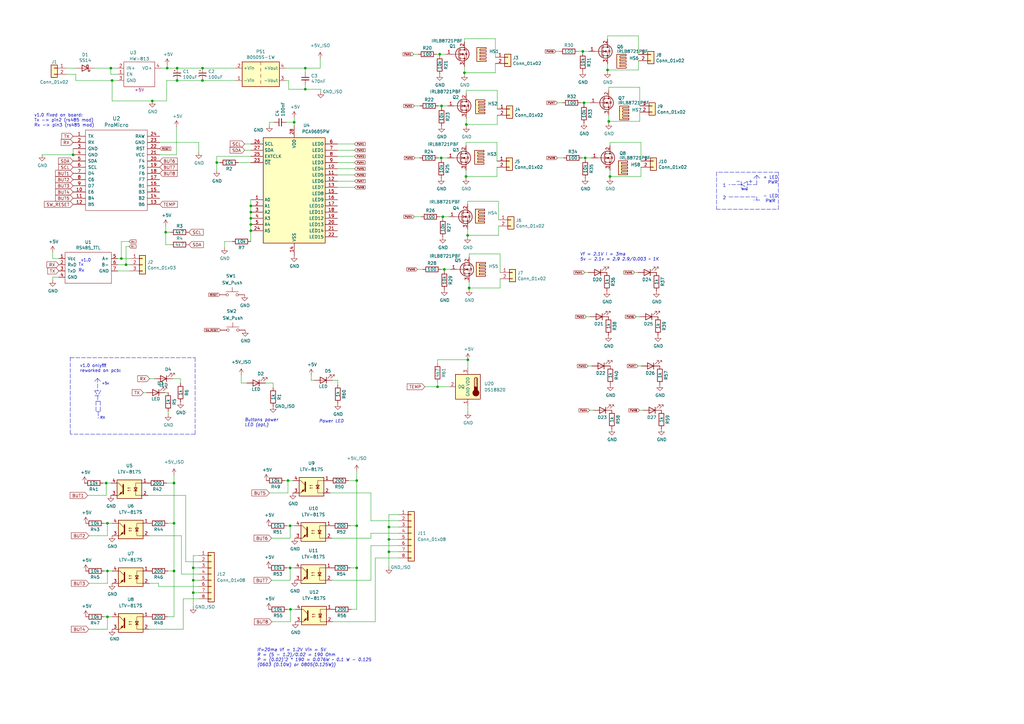
<source format=kicad_sch>
(kicad_sch (version 20211123) (generator eeschema)
  (paper "A3")
  (title_block (title "8 Channel LED Dimmer + Modbus") (date "2022-08-22") (rev "1.0") (comment 4 "LH-DIMMER"))
  (junction (at 44.069 214.63))
  (junction (at 249.682 49.784))
  (junction (at 181.61 88.9))
  (junction (at 239.522 42.164))
  (junction (at 119.126 249.936))
  (junction (at 125.222 27.94))
  (junction (at 249.174 28.702))
  (junction (at 62.484 41.402))
  (junction (at 181.102 43.434))
  (junction (at 68.58 27.94))
  (junction (at 102.87 89.535))
  (junction (at 45.974 33.02))
  (junction (at 83.058 27.94))
  (junction (at 71.374 234.188))
  (junction (at 88.9 66.675))
  (junction (at 179.451 158.623))
  (junction (at 118.999 215.646))
  (junction (at 239.014 21.082))
  (junction (at 79.248 237.998))
  (junction (at 45.466 27.94))
  (junction (at 102.87 86.995))
  (junction (at 79.248 243.078))
  (junction (at 250.19 72.39))
  (junction (at 191.77 96.52))
  (junction (at 146.304 215.646))
  (junction (at 102.87 92.075))
  (junction (at 118.999 232.918))
  (junction (at 44.069 234.188))
  (junction (at 79.248 232.918))
  (junction (at 102.87 94.615))
  (junction (at 191.897 147.574))
  (junction (at 71.374 198.12))
  (junction (at 118.11 197.104))
  (junction (at 159.512 226.314))
  (junction (at 180.975 64.77))
  (junction (at 159.512 216.154))
  (junction (at 72.644 33.02))
  (junction (at 102.87 84.455))
  (junction (at 51.689 108.585))
  (junction (at 146.304 232.918))
  (junction (at 29.972 63.5))
  (junction (at 180.34 22.225))
  (junction (at 190.5 29.845))
  (junction (at 44.069 252.984))
  (junction (at 49.784 106.045))
  (junction (at 67.945 95.25))
  (junction (at 71.374 214.63))
  (junction (at 192.405 118.11))
  (junction (at 125.222 36.576))
  (junction (at 83.058 33.02))
  (junction (at 240.03 64.77))
  (junction (at 146.304 197.104))
  (junction (at 159.512 221.234))
  (junction (at 191.135 72.39))
  (junction (at 120.65 50.165))
  (junction (at 191.262 51.054))
  (junction (at 182.245 110.49))
  (junction (at 43.561 198.12))
  (junction (at 72.644 27.94))
  (wire (pts (xy 44.069 252.984) (xy 45.974 252.984)))
  (wire (pts (xy 180.34 22.86) (xy 180.34 22.225)))
  (wire (pts (xy 58.801 161.036) (xy 60.071 161.036)))
  (polyline (pts (xy 293.878 70.612) (xy 293.878 85.852)))
  (polyline (pts (xy 310.388 80.772) (xy 310.388 82.042)))
  (polyline (pts (xy 40.005 155.194) (xy 40.005 160.147)))
  (wire (pts (xy 79.248 243.078) (xy 79.248 248.92)))
  (wire (pts (xy 110.49 50.165) (xy 110.49 51.435)))
  (wire (pts (xy 117.856 249.936) (xy 119.126 249.936)))
  (wire (pts (xy 205.105 118.11) (xy 192.405 118.11)))
  (wire (pts (xy 81.534 243.078) (xy 79.248 243.078)))
  (wire (pts (xy 262.382 45.974) (xy 262.382 49.784)))
  (wire (pts (xy 179.451 158.623) (xy 184.277 158.623)))
  (wire (pts (xy 81.534 237.998) (xy 79.248 237.998)))
  (wire (pts (xy 182.245 111.125) (xy 182.245 110.49)))
  (wire (pts (xy 181.102 43.434) (xy 183.642 43.434)))
  (wire (pts (xy 191.897 151.003) (xy 191.897 147.574)))
  (polyline (pts (xy 298.958 80.772) (xy 310.388 80.772)))
  (wire (pts (xy 180.975 110.49) (xy 182.245 110.49)))
  (wire (pts (xy 205.105 104.14) (xy 205.105 111.76)))
  (wire (pts (xy 203.2 15.875) (xy 203.2 23.495)))
  (wire (pts (xy 21.59 106.045) (xy 24.13 106.045)))
  (wire (pts (xy 45.974 41.402) (xy 45.974 33.02)))
  (wire (pts (xy 117.729 232.918) (xy 118.999 232.918)))
  (wire (pts (xy 75.184 258.064) (xy 61.214 258.064)))
  (wire (pts (xy 71.374 234.188) (xy 71.374 252.984)))
  (wire (pts (xy 261.874 14.732) (xy 261.874 22.352)))
  (wire (pts (xy 262.382 35.814) (xy 262.382 43.434)))
  (wire (pts (xy 153.924 228.854) (xy 153.924 255.016)))
  (wire (pts (xy 72.644 27.94) (xy 83.058 27.94)))
  (wire (pts (xy 125.222 27.94) (xy 125.222 29.718)))
  (wire (pts (xy 190.5 15.875) (xy 203.2 15.875)))
  (wire (pts (xy 65.024 239.268) (xy 61.214 239.268)))
  (wire (pts (xy 48.26 106.045) (xy 49.784 106.045)))
  (wire (pts (xy 138.43 76.835) (xy 145.415 76.835)))
  (wire (pts (xy 239.014 21.717) (xy 239.014 21.082)))
  (wire (pts (xy 67.945 95.25) (xy 67.945 100.33)))
  (wire (pts (xy 102.87 92.075) (xy 102.87 94.615)))
  (polyline (pts (xy 306.578 74.422) (xy 306.578 76.962)))
  (wire (pts (xy 74.422 219.71) (xy 61.214 219.71)))
  (polyline (pts (xy 41.275 160.274) (xy 40.132 162.306)))
  (wire (pts (xy 228.6 42.164) (xy 230.632 42.164)))
  (polyline (pts (xy 40.132 162.306) (xy 40.132 164.592)))
  (wire (pts (xy 250.19 69.85) (xy 250.19 72.39)))
  (wire (pts (xy 68.961 168.656) (xy 68.961 169.926)))
  (polyline (pts (xy 39.37 164.592) (xy 39.37 168.783)))
  (wire (pts (xy 52.959 101.092) (xy 51.689 101.092)))
  (wire (pts (xy 240.03 65.405) (xy 240.03 64.77)))
  (wire (pts (xy 192.405 115.57) (xy 192.405 118.11)))
  (wire (pts (xy 203.835 68.58) (xy 203.835 72.39)))
  (wire (pts (xy 96.774 33.02) (xy 83.058 33.02)))
  (polyline (pts (xy 38.862 160.274) (xy 41.275 160.274)))
  (wire (pts (xy 44.069 234.188) (xy 45.974 234.188)))
  (wire (pts (xy 182.245 110.49) (xy 184.785 110.49)))
  (wire (pts (xy 44.069 219.71) (xy 36.449 219.71)))
  (wire (pts (xy 191.262 37.084) (xy 191.262 38.354)))
  (wire (pts (xy 21.59 103.505) (xy 21.59 106.045)))
  (wire (pts (xy 51.689 101.092) (xy 51.689 108.585)))
  (wire (pts (xy 31.115 33.02) (xy 45.974 33.02)))
  (wire (pts (xy 136.398 155.956) (xy 138.557 155.956)))
  (wire (pts (xy 17.272 63.5) (xy 29.972 63.5)))
  (wire (pts (xy 65.532 58.42) (xy 81.534 58.42)))
  (wire (pts (xy 70.866 155.321) (xy 74.041 155.321)))
  (wire (pts (xy 45.466 27.94) (xy 48.26 27.94)))
  (wire (pts (xy 131.572 36.576) (xy 131.572 37.592)))
  (wire (pts (xy 42.291 198.12) (xy 43.561 198.12)))
  (wire (pts (xy 143.764 232.918) (xy 146.304 232.918)))
  (polyline (pts (xy 306.578 75.692) (xy 310.388 75.692)))
  (wire (pts (xy 118.999 232.918) (xy 120.904 232.918)))
  (wire (pts (xy 42.799 252.984) (xy 44.069 252.984)))
  (wire (pts (xy 68.834 234.188) (xy 71.374 234.188)))
  (wire (pts (xy 102.87 86.995) (xy 102.87 89.535)))
  (wire (pts (xy 88.9 66.675) (xy 88.9 69.85)))
  (wire (pts (xy 203.962 51.054) (xy 191.262 51.054)))
  (wire (pts (xy 102.87 59.055) (xy 100.33 59.055)))
  (wire (pts (xy 44.069 214.63) (xy 45.974 214.63)))
  (polyline (pts (xy 41.148 168.783) (xy 39.37 168.783)))
  (wire (pts (xy 81.534 227.838) (xy 79.248 227.838)))
  (wire (pts (xy 44.069 252.984) (xy 44.069 258.064)))
  (wire (pts (xy 205.105 114.3) (xy 205.105 118.11)))
  (wire (pts (xy 83.058 33.02) (xy 72.644 33.02)))
  (wire (pts (xy 239.522 42.799) (xy 239.522 42.164)))
  (wire (pts (xy 67.945 95.25) (xy 69.85 95.25)))
  (wire (pts (xy 127.635 153.924) (xy 127.635 155.956)))
  (wire (pts (xy 79.248 227.838) (xy 79.248 232.918)))
  (wire (pts (xy 118.11 197.104) (xy 118.11 202.184)))
  (wire (pts (xy 180.34 22.225) (xy 182.88 22.225)))
  (wire (pts (xy 74.041 155.321) (xy 74.041 157.226)))
  (wire (pts (xy 179.451 147.574) (xy 179.451 149.098)))
  (wire (pts (xy 228.6 64.77) (xy 231.14 64.77)))
  (wire (pts (xy 191.897 166.243) (xy 191.897 169.037)))
  (polyline (pts (xy 38.862 160.274) (xy 40.132 162.306)))
  (wire (pts (xy 72.39 52.07) (xy 72.39 63.5)))
  (wire (pts (xy 83.058 27.94) (xy 96.774 27.94)))
  (wire (pts (xy 203.2 26.035) (xy 203.2 29.845)))
  (wire (pts (xy 125.222 34.798) (xy 125.222 36.576)))
  (wire (pts (xy 240.03 64.77) (xy 242.57 64.77)))
  (wire (pts (xy 262.89 72.39) (xy 250.19 72.39)))
  (wire (pts (xy 191.77 82.55) (xy 191.77 83.82)))
  (wire (pts (xy 98.933 153.797) (xy 98.933 157.099)))
  (wire (pts (xy 262.382 49.784) (xy 249.682 49.784)))
  (wire (pts (xy 117.094 27.94) (xy 125.222 27.94)))
  (wire (pts (xy 98.933 157.099) (xy 101.219 157.099)))
  (wire (pts (xy 249.174 14.732) (xy 249.174 16.002)))
  (wire (pts (xy 240.411 129.921) (xy 241.935 129.921)))
  (wire (pts (xy 138.43 74.295) (xy 145.415 74.295)))
  (wire (pts (xy 203.835 72.39) (xy 191.135 72.39)))
  (wire (pts (xy 152.146 213.614) (xy 163.576 213.614)))
  (wire (pts (xy 159.512 216.154) (xy 159.512 221.234)))
  (wire (pts (xy 52.959 99.06) (xy 49.784 99.06)))
  (wire (pts (xy 191.77 96.52) (xy 191.77 97.155)))
  (wire (pts (xy 163.576 223.774) (xy 152.146 223.774)))
  (wire (pts (xy 118.11 202.184) (xy 110.49 202.184)))
  (wire (pts (xy 43.561 198.12) (xy 45.466 198.12)))
  (wire (pts (xy 192.405 118.11) (xy 192.405 118.745)))
  (wire (pts (xy 180.34 88.9) (xy 181.61 88.9)))
  (wire (pts (xy 92.075 99.06) (xy 92.075 101.6)))
  (wire (pts (xy 127.635 155.956) (xy 128.778 155.956)))
  (wire (pts (xy 76.2 203.2) (xy 76.2 230.378)))
  (wire (pts (xy 118.999 215.646) (xy 118.999 220.726)))
  (wire (pts (xy 152.146 220.726) (xy 136.144 220.726)))
  (wire (pts (xy 261.874 28.702) (xy 249.174 28.702)))
  (wire (pts (xy 192.405 104.14) (xy 205.105 104.14)))
  (wire (pts (xy 102.87 84.455) (xy 102.87 86.995)))
  (wire (pts (xy 190.5 27.305) (xy 190.5 29.845)))
  (polyline (pts (xy 28.829 146.558) (xy 28.829 178.054)))
  (wire (pts (xy 95.25 99.06) (xy 92.075 99.06)))
  (wire (pts (xy 27.305 30.48) (xy 31.115 30.48)))
  (wire (pts (xy 60.706 203.2) (xy 76.2 203.2)))
  (wire (pts (xy 203.835 58.42) (xy 203.835 66.04)))
  (wire (pts (xy 117.094 33.02) (xy 118.364 33.02)))
  (wire (pts (xy 191.77 93.98) (xy 191.77 96.52)))
  (wire (pts (xy 179.705 64.77) (xy 180.975 64.77)))
  (wire (pts (xy 239.014 21.082) (xy 241.554 21.082)))
  (wire (pts (xy 159.512 226.314) (xy 159.512 232.664)))
  (wire (pts (xy 190.5 15.875) (xy 190.5 17.145)))
  (wire (pts (xy 65.532 63.5) (xy 72.39 63.5)))
  (wire (pts (xy 117.475 50.165) (xy 120.65 50.165)))
  (wire (pts (xy 169.926 88.9) (xy 172.72 88.9)))
  (wire (pts (xy 88.9 64.135) (xy 88.9 66.675)))
  (wire (pts (xy 68.326 41.402) (xy 62.484 41.402)))
  (wire (pts (xy 153.924 255.016) (xy 136.398 255.016)))
  (wire (pts (xy 27.305 27.94) (xy 31.115 27.94)))
  (polyline (pts (xy 41.148 164.592) (xy 41.148 168.783)))
  (wire (pts (xy 262.255 168.275) (xy 263.652 168.275)))
  (polyline (pts (xy 40.005 155.194) (xy 41.148 156.337)))
  (wire (pts (xy 138.43 61.595) (xy 145.415 61.595)))
  (wire (pts (xy 138.43 64.135) (xy 145.415 64.135)))
  (wire (pts (xy 48.26 108.585) (xy 51.689 108.585)))
  (polyline (pts (xy 38.862 162.306) (xy 41.148 162.306)))
  (wire (pts (xy 118.11 197.104) (xy 120.142 197.104)))
  (wire (pts (xy 49.784 99.06) (xy 49.784 106.045)))
  (polyline (pts (xy 293.878 85.852) (xy 319.278 85.852)))
  (wire (pts (xy 68.326 198.12) (xy 71.374 198.12)))
  (wire (pts (xy 169.672 22.225) (xy 171.45 22.225)))
  (wire (pts (xy 67.691 161.036) (xy 68.961 161.036)))
  (wire (pts (xy 249.174 26.162) (xy 249.174 28.702)))
  (wire (pts (xy 112.014 157.099) (xy 112.014 159.004)))
  (wire (pts (xy 191.135 58.42) (xy 191.135 59.69)))
  (wire (pts (xy 38.735 27.94) (xy 45.466 27.94)))
  (polyline (pts (xy 38.862 156.337) (xy 40.005 155.194)))
  (wire (pts (xy 65.024 240.538) (xy 65.024 239.268)))
  (wire (pts (xy 261.874 24.892) (xy 261.874 28.702)))
  (polyline (pts (xy 28.829 146.685) (xy 80.01 146.685)))
  (wire (pts (xy 67.945 92.71) (xy 67.945 95.25)))
  (wire (pts (xy 120.65 50.165) (xy 120.65 48.26)))
  (wire (pts (xy 43.561 203.2) (xy 35.941 203.2)))
  (wire (pts (xy 44.069 214.63) (xy 44.069 219.71)))
  (wire (pts (xy 250.19 58.42) (xy 250.19 59.69)))
  (wire (pts (xy 79.248 237.998) (xy 79.248 243.078)))
  (wire (pts (xy 238.76 64.77) (xy 240.03 64.77)))
  (wire (pts (xy 146.304 193.294) (xy 146.304 197.104)))
  (polyline (pts (xy 310.388 71.882) (xy 311.658 73.152)))
  (wire (pts (xy 120.65 51.435) (xy 120.65 50.165)))
  (wire (pts (xy 239.522 42.164) (xy 242.062 42.164)))
  (wire (pts (xy 191.262 51.054) (xy 191.262 51.689)))
  (wire (pts (xy 144.018 249.936) (xy 146.304 249.936)))
  (wire (pts (xy 171.196 110.49) (xy 173.355 110.49)))
  (polyline (pts (xy 304.038 74.422) (xy 304.038 76.962)))
  (wire (pts (xy 239.776 111.76) (xy 241.3 111.76)))
  (wire (pts (xy 68.834 214.63) (xy 71.374 214.63)))
  (wire (pts (xy 204.47 92.71) (xy 204.47 96.52)))
  (wire (pts (xy 112.395 50.165) (xy 110.49 50.165)))
  (wire (pts (xy 24.13 113.665) (xy 21.59 113.665)))
  (wire (pts (xy 119.126 249.936) (xy 119.126 255.016)))
  (wire (pts (xy 152.146 218.694) (xy 152.146 220.726)))
  (wire (pts (xy 45.974 33.02) (xy 48.26 33.02)))
  (wire (pts (xy 138.43 71.755) (xy 145.415 71.755)))
  (wire (pts (xy 241.173 150.114) (xy 242.697 150.114)))
  (wire (pts (xy 138.43 69.215) (xy 145.415 69.215)))
  (wire (pts (xy 172.085 64.77) (xy 170.18 64.77)))
  (wire (pts (xy 191.77 82.55) (xy 204.47 82.55)))
  (wire (pts (xy 48.26 30.48) (xy 45.466 30.48)))
  (wire (pts (xy 152.146 202.184) (xy 152.146 213.614)))
  (wire (pts (xy 238.252 42.164) (xy 239.522 42.164)))
  (wire (pts (xy 71.374 214.63) (xy 71.374 198.12)))
  (wire (pts (xy 163.576 211.074) (xy 159.512 211.074)))
  (wire (pts (xy 44.069 234.188) (xy 44.069 239.268)))
  (wire (pts (xy 119.126 249.936) (xy 121.158 249.936)))
  (wire (pts (xy 180.975 64.77) (xy 183.515 64.77)))
  (wire (pts (xy 180.975 65.405) (xy 180.975 64.77)))
  (polyline (pts (xy 319.278 85.852) (xy 319.278 70.612)))
  (wire (pts (xy 250.19 58.42) (xy 262.89 58.42)))
  (wire (pts (xy 159.512 221.234) (xy 159.512 226.314)))
  (wire (pts (xy 204.47 96.52) (xy 191.77 96.52)))
  (wire (pts (xy 249.174 14.732) (xy 261.874 14.732)))
  (wire (pts (xy 88.9 64.135) (xy 102.87 64.135)))
  (wire (pts (xy 118.999 215.646) (xy 120.904 215.646)))
  (wire (pts (xy 250.19 72.39) (xy 250.19 73.025)))
  (wire (pts (xy 97.79 66.675) (xy 102.87 66.675)))
  (polyline (pts (xy 302.133 74.422) (xy 303.403 74.422)))
  (wire (pts (xy 204.47 82.55) (xy 204.47 90.17)))
  (wire (pts (xy 260.223 111.76) (xy 261.62 111.76)))
  (wire (pts (xy 108.839 157.099) (xy 112.014 157.099)))
  (wire (pts (xy 119.126 255.016) (xy 111.506 255.016)))
  (wire (pts (xy 249.682 35.814) (xy 262.382 35.814)))
  (wire (pts (xy 159.512 221.234) (xy 163.576 221.234)))
  (wire (pts (xy 48.26 111.125) (xy 53.34 111.125)))
  (wire (pts (xy 227.965 21.082) (xy 229.489 21.082)))
  (wire (pts (xy 62.484 41.402) (xy 45.974 41.402)))
  (wire (pts (xy 68.326 33.02) (xy 68.326 41.402)))
  (wire (pts (xy 44.069 239.268) (xy 36.449 239.268)))
  (wire (pts (xy 51.689 108.585) (xy 53.34 108.585)))
  (wire (pts (xy 146.304 215.646) (xy 146.304 197.104)))
  (wire (pts (xy 68.58 27.94) (xy 66.04 27.94)))
  (wire (pts (xy 249.174 28.702) (xy 249.174 29.337)))
  (wire (pts (xy 241.808 168.275) (xy 243.332 168.275)))
  (wire (pts (xy 102.87 89.535) (xy 102.87 92.075)))
  (wire (pts (xy 79.248 232.918) (xy 79.248 237.998)))
  (polyline (pts (xy 310.388 75.692) (xy 310.388 71.882)))
  (polyline (pts (xy 319.278 70.612) (xy 293.878 70.612)))
  (wire (pts (xy 42.799 234.188) (xy 44.069 234.188)))
  (wire (pts (xy 102.87 81.915) (xy 102.87 84.455)))
  (wire (pts (xy 68.58 26.67) (xy 68.58 27.94)))
  (wire (pts (xy 191.262 48.514) (xy 191.262 51.054)))
  (wire (pts (xy 100.33 61.595) (xy 102.87 61.595)))
  (wire (pts (xy 79.248 232.918) (xy 81.534 232.918)))
  (polyline (pts (xy 40.259 168.91) (xy 40.259 171.577)))
  (wire (pts (xy 179.451 156.718) (xy 179.451 158.623)))
  (wire (pts (xy 237.109 21.082) (xy 239.014 21.082)))
  (wire (pts (xy 159.512 226.314) (xy 163.576 226.314)))
  (wire (pts (xy 169.926 43.434) (xy 172.212 43.434)))
  (wire (pts (xy 159.512 211.074) (xy 159.512 216.154)))
  (wire (pts (xy 181.61 88.9) (xy 184.15 88.9)))
  (wire (pts (xy 81.534 235.458) (xy 74.422 235.458)))
  (wire (pts (xy 143.002 197.104) (xy 146.304 197.104)))
  (polyline (pts (xy 307.848 73.787) (xy 307.848 75.057)))
  (wire (pts (xy 71.374 194.818) (xy 71.374 198.12)))
  (wire (pts (xy 249.682 35.814) (xy 249.682 37.084)))
  (polyline (pts (xy 307.213 74.422) (xy 308.483 74.422)))
  (wire (pts (xy 31.115 30.48) (xy 31.115 33.02)))
  (wire (pts (xy 191.135 58.42) (xy 203.835 58.42)))
  (wire (pts (xy 143.764 215.646) (xy 146.304 215.646)))
  (wire (pts (xy 179.832 43.434) (xy 181.102 43.434)))
  (wire (pts (xy 190.5 29.845) (xy 190.5 30.48)))
  (wire (pts (xy 192.405 104.14) (xy 192.405 105.41)))
  (wire (pts (xy 191.262 37.084) (xy 203.962 37.084)))
  (wire (pts (xy 179.07 22.225) (xy 180.34 22.225)))
  (wire (pts (xy 163.576 218.694) (xy 152.146 218.694)))
  (wire (pts (xy 249.682 47.244) (xy 249.682 49.784)))
  (wire (pts (xy 174.244 158.623) (xy 179.451 158.623)))
  (wire (pts (xy 74.422 235.458) (xy 74.422 219.71)))
  (wire (pts (xy 262.89 68.58) (xy 262.89 72.39)))
  (polyline (pts (xy 304.038 75.692) (xy 306.578 76.962)))
  (wire (pts (xy 90.17 66.675) (xy 88.9 66.675)))
  (polyline (pts (xy 80.01 178.054) (xy 28.829 178.054)))
  (wire (pts (xy 249.682 49.784) (xy 249.682 50.419)))
  (wire (pts (xy 203.962 47.244) (xy 203.962 51.054)))
  (wire (pts (xy 138.43 66.675) (xy 145.415 66.675)))
  (wire (pts (xy 117.729 215.646) (xy 118.999 215.646)))
  (wire (pts (xy 131.318 24.003) (xy 131.318 27.94)))
  (wire (pts (xy 76.2 230.378) (xy 81.534 230.378)))
  (wire (pts (xy 260.858 129.921) (xy 262.255 129.921)))
  (polyline (pts (xy 311.658 82.042) (xy 309.118 82.042)))
  (wire (pts (xy 191.135 72.39) (xy 191.135 73.025)))
  (wire (pts (xy 163.576 216.154) (xy 159.512 216.154)))
  (wire (pts (xy 67.945 100.33) (xy 69.85 100.33)))
  (wire (pts (xy 68.834 252.984) (xy 71.374 252.984)))
  (wire (pts (xy 136.144 237.998) (xy 152.146 237.998)))
  (wire (pts (xy 152.146 223.774) (xy 152.146 237.998)))
  (polyline (pts (xy 304.038 75.692) (xy 298.958 75.692)))
  (polyline (pts (xy 310.388 71.882) (xy 309.118 73.152)))
  (wire (pts (xy 81.534 240.538) (xy 65.024 240.538)))
  (wire (pts (xy 42.799 214.63) (xy 44.069 214.63)))
  (wire (pts (xy 45.466 30.48) (xy 45.466 27.94)))
  (wire (pts (xy 75.184 245.618) (xy 75.184 258.064)))
  (wire (pts (xy 181.102 44.069) (xy 181.102 43.434)))
  (wire (pts (xy 146.304 232.918) (xy 146.304 215.646)))
  (wire (pts (xy 81.534 245.618) (xy 75.184 245.618)))
  (wire (pts (xy 68.58 27.94) (xy 72.644 27.94)))
  (wire (pts (xy 118.999 237.998) (xy 111.379 237.998)))
  (wire (pts (xy 116.84 197.104) (xy 118.11 197.104)))
  (wire (pts (xy 102.87 94.615) (xy 102.87 99.06)))
  (wire (pts (xy 125.222 36.576) (xy 131.572 36.576)))
  (wire (pts (xy 138.43 59.055) (xy 145.415 59.055)))
  (wire (pts (xy 44.069 258.064) (xy 36.449 258.064)))
  (wire (pts (xy 262.89 58.42) (xy 262.89 66.04)))
  (wire (pts (xy 138.557 155.956) (xy 138.557 157.861)))
  (wire (pts (xy 81.534 58.42) (xy 81.534 62.484)))
  (wire (pts (xy 49.784 106.045) (xy 53.34 106.045)))
  (wire (pts (xy 29.972 63.5) (xy 29.972 60.96)))
  (wire (pts (xy 21.59 113.665) (xy 21.59 114.935)))
  (wire (pts (xy 125.222 27.94) (xy 131.318 27.94)))
  (wire (pts (xy 203.2 29.845) (xy 190.5 29.845)))
  (wire (pts (xy 71.374 214.63) (xy 71.374 234.188)))
  (wire (pts (xy 191.135 69.85) (xy 191.135 72.39)))
  (wire (pts (xy 118.364 33.02) (xy 118.364 36.576)))
  (wire (pts (xy 118.999 232.918) (xy 118.999 237.998)))
  (wire (pts (xy 146.304 249.936) (xy 146.304 232.918)))
  (wire (pts (xy 118.999 220.726) (xy 111.379 220.726)))
  (wire (pts (xy 191.897 147.574) (xy 179.451 147.574)))
  (wire (pts (xy 203.962 37.084) (xy 203.962 44.704)))
  (polyline (pts (xy 39.37 164.592) (xy 41.148 164.592)))
  (wire (pts (xy 261.62 150.114) (xy 263.017 150.114)))
  (wire (pts (xy 63.246 155.321) (xy 61.341 155.321)))
  (wire (pts (xy 43.561 198.12) (xy 43.561 203.2)))
  (wire (pts (xy 72.644 33.02) (xy 68.326 33.02)))
  (wire (pts (xy 118.364 36.576) (xy 125.222 36.576)))
  (wire (pts (xy 181.61 89.535) (xy 181.61 88.9)))
  (wire (pts (xy 163.576 228.854) (xy 153.924 228.854)))
  (polyline (pts (xy 306.578 74.422) (xy 304.038 75.692)))
  (polyline (pts (xy 80.01 146.685) (xy 80.01 178.054)))
  (wire (pts (xy 135.382 202.184) (xy 152.146 202.184)))
  (text "Buttons power\nLED (opt.)" (at 100.33 175.133 0) (effects (font (size 1.27 1.27) italic) (justify left bottom)))
  (text "RX" (at 41.021 172.085 0) (effects (font (size 1 1)) (justify left bottom)))
  (text "v1.0" (at 33.147 107.569 0) (effects (font (size 1.27 1.27)) (justify left bottom)))
  (text "Tx" (at 32.131 109.347 0) (effects (font (size 1.27 1.27)) (justify left bottom)))
  (text "Strip" (at 304.038 78.232 0) (effects (font (size 0.7112 0.7112)) (justify left bottom)))
  (text "- LED\n PWR" (at 312.928 83.312 0) (effects (font (size 1.27 1.27)) (justify left bottom)))
  (text "v1.0 fixed on board:\nTx -> pin2 (rs485 mod)\nRx -> pin3 (rs485 mod)" (at 13.97 52.197 0) (effects (font (size 1.27 1.27)) (justify left bottom)))
  (text "1" (at 296.418 76.962 0) (effects (font (size 1.27 1.27)) (justify left bottom)))
  (text "Power LED" (at 130.81 173.609 0) (effects (font (size 1.27 1.27) italic) (justify left bottom)))
  (text "Rx" (at 32.131 111.76 0) (effects (font (size 1.27 1.27)) (justify left bottom)))
  (text "2" (at 296.418 82.042 0) (effects (font (size 1.27 1.27)) (justify left bottom)))
  (text "+5v" (at 41.656 157.988 0) (effects (font (size 1 1)) (justify left bottom)))
  (text "v1.0 only!!!\nreworked on pcb:" (at 32.766 152.908 0) (effects (font (size 1.27 1.27)) (justify left bottom)))
  (text "Vf = 2.1V I = 3ma\n5v - 2.1v = 2.9 2.9/0.003 ~ 1K" (at 237.871 107.188 0) (effects (font (size 1.27 1.27) italic) (justify left bottom)))
  (text "If=20ma Vf = 1.2V Vin = 5V\nR = (5 - 1.2)/0.02 = 190 Ohm\nP = (0.02)^2 * 190 = 0.076W ~ 0.1 W - 0.125\n(0603 (0.10W) or 0805(0.125W))" (at 105.41 273.558 0) (effects (font (size 1.27 1.27) italic) (justify left bottom)))
  (text "+ LED \n  PWR" (at 312.928 75.692 0) (effects (font (size 1.27 1.27)) (justify left bottom)))
  (global_label "BUT7" (shape input) (at 111.379 237.998 180) (property "Intersheet References" "${INTERSHEET_REFS}" (effects hide)))
  (global_label "RX" (shape input) (at 29.972 58.42 180) (property "Intersheet References" "${INTERSHEET_REFS}" (effects hide)))
  (global_label "TX" (shape input) (at 24.13 111.125 180) (property "Intersheet References" "${INTERSHEET_REFS}" (effects hide)))
  (global_label "PWM8" (shape input) (at 228.6 64.77 180) (effects (font (size 0.7112 0.7112))) (property "Intersheet References" "${INTERSHEET_REFS}" (effects hide)))
  (global_label "TEMP" (shape input) (at 65.532 83.82 0) (property "Intersheet References" "${INTERSHEET_REFS}" (effects hide)))
  (global_label "BUT2" (shape input) (at 36.449 219.71 180) (property "Intersheet References" "${INTERSHEET_REFS}" (effects hide)))
  (global_label "TX" (shape input) (at 58.801 161.036 180) (property "Intersheet References" "${INTERSHEET_REFS}" (effects hide)))
  (global_label "PWM4" (shape input) (at 169.926 88.9 180) (effects (font (size 0.7112 0.7112))) (property "Intersheet References" "${INTERSHEET_REFS}" (effects hide)))
  (global_label "BUT1" (shape input) (at 35.941 203.2 180) (property "Intersheet References" "${INTERSHEET_REFS}" (effects hide)))
  (global_label "PWM1" (shape input) (at 145.415 59.055 0) (effects (font (size 0.7112 0.7112))) (property "Intersheet References" "${INTERSHEET_REFS}" (effects hide)))
  (global_label "PWM8" (shape input) (at 145.415 76.835 0) (effects (font (size 0.7112 0.7112))) (property "Intersheet References" "${INTERSHEET_REFS}" (effects hide)))
  (global_label "BUT8" (shape input) (at 111.506 255.016 180) (property "Intersheet References" "${INTERSHEET_REFS}" (effects hide)))
  (global_label "BUT7" (shape input) (at 65.532 68.58 0) (property "Intersheet References" "${INTERSHEET_REFS}" (effects hide)))
  (global_label "SCL" (shape input) (at 100.33 59.055 180) (property "Intersheet References" "${INTERSHEET_REFS}" (effects hide)))
  (global_label "PWM8" (shape input) (at 262.255 168.275 180) (effects (font (size 0.7112 0.7112))) (property "Intersheet References" "${INTERSHEET_REFS}" (effects hide)))
  (global_label "PWM7" (shape input) (at 261.62 150.114 180) (effects (font (size 0.7112 0.7112))) (property "Intersheet References" "${INTERSHEET_REFS}" (effects hide)))
  (global_label "BUT5" (shape input) (at 110.49 202.184 180) (property "Intersheet References" "${INTERSHEET_REFS}" (effects hide)))
  (global_label "SDA" (shape input) (at 100.33 61.595 180) (property "Intersheet References" "${INTERSHEET_REFS}" (effects hide)))
  (global_label "SCL" (shape input) (at 29.972 68.58 180) (property "Intersheet References" "${INTERSHEET_REFS}" (effects hide)))
  (global_label "BUT2" (shape input) (at 29.972 73.66 180) (property "Intersheet References" "${INTERSHEET_REFS}" (effects hide)))
  (global_label "TEMP" (shape input) (at 174.244 158.623 180) (property "Intersheet References" "${INTERSHEET_REFS}" (effects hide)))
  (global_label "RX" (shape input) (at 24.13 108.585 180) (property "Intersheet References" "${INTERSHEET_REFS}" (effects hide)))
  (global_label "PWM4" (shape input) (at 145.415 66.675 0) (effects (font (size 0.7112 0.7112))) (property "Intersheet References" "${INTERSHEET_REFS}" (effects hide)))
  (global_label "PWM5" (shape input) (at 145.415 69.215 0) (effects (font (size 0.7112 0.7112))) (property "Intersheet References" "${INTERSHEET_REFS}" (effects hide)))
  (global_label "TX" (shape input) (at 29.972 55.88 180) (property "Intersheet References" "${INTERSHEET_REFS}" (effects hide)))
  (global_label "SDA" (shape input) (at 77.47 100.33 0) (property "Intersheet References" "${INTERSHEET_REFS}" (effects hide)))
  (global_label "A-" (shape input) (at 52.959 101.092 0) (effects (font (size 0.7112 0.7112))) (property "Intersheet References" "${INTERSHEET_REFS}" (effects hide)))
  (global_label "SW_RESET" (shape input) (at 29.972 83.82 180) (property "Intersheet References" "${INTERSHEET_REFS}" (effects hide)))
  (global_label "PWM2" (shape input) (at 145.415 61.595 0) (effects (font (size 0.7112 0.7112))) (property "Intersheet References" "${INTERSHEET_REFS}" (effects hide)))
  (global_label "RX" (shape input) (at 61.341 155.321 180) (property "Intersheet References" "${INTERSHEET_REFS}" (effects hide)))
  (global_label "BUT4" (shape input) (at 29.972 78.74 180) (property "Intersheet References" "${INTERSHEET_REFS}" (effects hide)))
  (global_label "PWM4" (shape input) (at 241.808 168.275 180) (effects (font (size 0.7112 0.7112))) (property "Intersheet References" "${INTERSHEET_REFS}" (effects hide)))
  (global_label "A+" (shape input) (at 52.959 99.06 0) (effects (font (size 0.7112 0.7112))) (property "Intersheet References" "${INTERSHEET_REFS}" (effects hide)))
  (global_label "BUT8" (shape input) (at 65.532 71.12 0) (property "Intersheet References" "${INTERSHEET_REFS}" (effects hide)))
  (global_label "PWM2" (shape input) (at 169.926 43.434 180) (effects (font (size 0.7112 0.7112))) (property "Intersheet References" "${INTERSHEET_REFS}" (effects hide)))
  (global_label "BUT1" (shape input) (at 29.972 71.12 180) (property "Intersheet References" "${INTERSHEET_REFS}" (effects hide)))
  (global_label "BUT6" (shape input) (at 111.379 220.726 180) (property "Intersheet References" "${INTERSHEET_REFS}" (effects hide)))
  (global_label "SW_RESET" (shape input) (at 90.424 135.382 180) (effects (font (size 0.7112 0.7112))) (property "Intersheet References" "${INTERSHEET_REFS}" (effects hide)))
  (global_label "PWM1" (shape input) (at 169.672 22.225 180) (effects (font (size 0.7112 0.7112))) (property "Intersheet References" "${INTERSHEET_REFS}" (effects hide)))
  (global_label "PWM2" (shape input) (at 240.411 129.921 180) (effects (font (size 0.7112 0.7112))) (property "Intersheet References" "${INTERSHEET_REFS}" (effects hide)))
  (global_label "BUT6" (shape input) (at 65.532 66.04 0) (property "Intersheet References" "${INTERSHEET_REFS}" (effects hide)))
  (global_label "PWM6" (shape input) (at 145.415 71.755 0) (effects (font (size 0.7112 0.7112))) (property "Intersheet References" "${INTERSHEET_REFS}" (effects hide)))
  (global_label "PWM5" (shape input) (at 260.223 111.76 180) (effects (font (size 0.7112 0.7112))) (property "Intersheet References" "${INTERSHEET_REFS}" (effects hide)))
  (global_label "PWM3" (shape input) (at 145.415 64.135 0) (effects (font (size 0.7112 0.7112))) (property "Intersheet References" "${INTERSHEET_REFS}" (effects hide)))
  (global_label "PWM7" (shape input) (at 228.6 42.164 180) (effects (font (size 0.7112 0.7112))) (property "Intersheet References" "${INTERSHEET_REFS}" (effects hide)))
  (global_label "PWM6" (shape input) (at 227.965 21.082 180) (effects (font (size 0.7112 0.7112))) (property "Intersheet References" "${INTERSHEET_REFS}" (effects hide)))
  (global_label "PWM3" (shape input) (at 170.18 64.77 180) (effects (font (size 0.7112 0.7112))) (property "Intersheet References" "${INTERSHEET_REFS}" (effects hide)))
  (global_label "BUT3" (shape input) (at 29.972 76.2 180) (property "Intersheet References" "${INTERSHEET_REFS}" (effects hide)))
  (global_label "SDA" (shape input) (at 29.972 66.04 180) (property "Intersheet References" "${INTERSHEET_REFS}" (effects hide)))
  (global_label "SCL" (shape input) (at 77.47 95.25 0) (property "Intersheet References" "${INTERSHEET_REFS}" (effects hide)))
  (global_label "PWM5" (shape input) (at 171.196 110.49 180) (effects (font (size 0.7112 0.7112))) (property "Intersheet References" "${INTERSHEET_REFS}" (effects hide)))
  (global_label "RESET" (shape input) (at 90.17 120.904 180) (effects (font (size 0.7112 0.7112))) (property "Intersheet References" "${INTERSHEET_REFS}" (effects hide)))
  (global_label "PWM6" (shape input) (at 260.858 129.921 180) (effects (font (size 0.7112 0.7112))) (property "Intersheet References" "${INTERSHEET_REFS}" (effects hide)))
  (global_label "BUT3" (shape input) (at 36.449 239.268 180) (property "Intersheet References" "${INTERSHEET_REFS}" (effects hide)))
  (global_label "PWM3" (shape input) (at 241.173 150.114 180) (effects (font (size 0.7112 0.7112))) (property "Intersheet References" "${INTERSHEET_REFS}" (effects hide)))
  (global_label "PWM7" (shape input) (at 145.415 74.295 0) (effects (font (size 0.7112 0.7112))) (property "Intersheet References" "${INTERSHEET_REFS}" (effects hide)))
  (global_label "BUT5" (shape input) (at 29.972 81.28 180) (property "Intersheet References" "${INTERSHEET_REFS}" (effects hide)))
  (global_label "RESET" (shape input) (at 65.532 60.96 0) (effects (font (size 0.7112 0.7112))) (property "Intersheet References" "${INTERSHEET_REFS}" (effects hide)))
  (global_label "PWM1" (shape input) (at 239.776 111.76 180) (effects (font (size 0.7112 0.7112))) (property "Intersheet References" "${INTERSHEET_REFS}" (effects hide)))
  (global_label "BUT4" (shape input) (at 36.449 258.064 180) (property "Intersheet References" "${INTERSHEET_REFS}" (effects hide)))
  (symbol (lib_id "ProMicro:ProMicro") (at 47.752 74.93 0) (unit 1)
    (property "Reference" "U2" (at 47.752 48.5902 0) (effects (font (size 1.524 1.524))))
    (property "Value" "ProMicro" (at 47.752 51.2826 0) (effects (font (size 1.524 1.524))))
    (property "Footprint" "DshModules:ProMicroDsh" (effects hide))
  )
  (symbol (lib_id "Driver_LED:PCA9685PW") (at 120.65 76.835 0) (unit 1)
    (property "Reference" "U4" (at 125.73 51.435 0))
    (property "Value" "PCA9685PW" (at 129.54 53.975 0))
    (property "Footprint" "Package_SO:TSSOP-28_4.4x9.7mm_P0.65mm" (effects hide))
    (property "Datasheet" "http://www.nxp.com/documents/data_sheet/PCA9685.pdf" (effects hide))
  )
  (symbol (lib_id "Device:R") (at 175.26 22.225 270) (unit 1)
    (property "Reference" "R20" (at 175.26 19.685 90))
    (property "Value" "100" (at 175.26 22.225 90))
    (property "Footprint" "Resistor_SMD:R_0805_2012Metric_Pad1.20x1.40mm_HandSolder" (effects hide))
  )
  (symbol (lib_id "Device:R") (at 180.34 26.67 180) (unit 1)
    (property "Reference" "R21" (at 182.88 26.67 90))
    (property "Value" "10k" (at 180.34 26.67 90))
    (property "Footprint" "Resistor_SMD:R_0805_2012Metric_Pad1.20x1.40mm_HandSolder" (effects hide))
  )
  (symbol (lib_id "power:GND") (at 190.5 30.48 0) (unit 1)
    (property "Reference" "#PWR0101" (effects hide))
    (property "Value" "GND" (at 190.627 34.8742 0))
  )
  (symbol (lib_id "Transistor_FET:IRLB8721PBF") (at 187.96 22.225 0) (unit 1)
    (property "Reference" "Q1" (at 184.277 18.923 0) (effects (justify left)))
    (property "Value" "IRLB8721PBF" (at 176.911 16.764 0) (effects (justify left)))
    (property "Footprint" "Package_TO_SOT_THT:TO-220-3_Vertical" (effects hide))
    (property "Datasheet" "http://www.infineon.com/dgdl/irlb8721pbf.pdf?fileId=5546d462533600a40153566056732591" (effects hide))
  )
  (symbol (lib_id "power:GND") (at 180.34 30.48 0) (unit 1)
    (property "Reference" "#PWR020" (effects hide))
    (property "Value" "GND" (at 180.467 34.8742 0))
  )
  (symbol (lib_id "Connector_Generic:Conn_01x02") (at 208.28 23.495 0) (unit 1)
    (property "Reference" "J3" (at 210.312 23.6982 0) (effects (justify left)))
    (property "Value" "Conn_01x02" (at 210.312 26.0096 0) (effects (justify left)))
    (property "Footprint" "Connector_Phoenix_MSTB:PhoenixContact_MSTBA_2,5_2-G-5,08_1x02_P5.08mm_Horizontal" (effects hide))
  )
  (symbol (lib_id "power:GND") (at 120.65 104.775 0) (unit 1)
    (property "Reference" "#PWR0102" (effects hide))
    (property "Value" "GND" (at 120.777 109.1692 0))
  )
  (symbol (lib_id "dsh_Modules:RS485_TTL") (at 36.83 100.965 0) (unit 1)
    (property "Reference" "U1" (at 36.195 99.314 0))
    (property "Value" "RS485_TTL" (at 36.195 101.6254 0))
    (property "Footprint" "DshModules:RS485_TTL_1" (effects hide))
  )
  (symbol (lib_id "power:GND") (at 21.59 114.935 0) (unit 1)
    (property "Reference" "#PWR0107" (effects hide))
    (property "Value" "GND" (at 21.717 119.3292 0))
  )
  (symbol (lib_id "Connector_Generic:Conn_01x03") (at 58.42 108.585 0) (unit 1)
    (property "Reference" "J2" (at 60.452 107.5182 0) (effects (justify left)))
    (property "Value" "Conn_01x03" (at 60.452 109.8296 0) (effects (justify left)))
    (property "Footprint" "Connector_Phoenix_MSTB:PhoenixContact_MSTBA_2,5_3-G-5,08_1x03_P5.08mm_Horizontal" (effects hide))
  )
  (symbol (lib_id "dsh_Modules:HW-813") (at 60.96 22.86 0) (unit 1)
    (property "Reference" "U3" (at 54.61 21.59 0))
    (property "Value" "HW-813" (at 57.15 24.13 0))
    (property "Footprint" "DshModules:HM813_V_A" (effects hide))
    (property "VO" "+5V" (at 57.15 36.83 0))
  )
  (symbol (lib_id "power:+5V") (at 68.58 26.67 0) (unit 1)
    (property "Reference" "#PWR0108" (effects hide))
    (property "Value" "+5V" (at 68.961 22.2758 0))
  )
  (symbol (lib_id "Connector_Generic:Conn_01x02") (at 22.225 27.94 0) (mirror y) (unit 1)
    (property "Reference" "J1" (at 22.225 25.4 0))
    (property "Value" "Conn_01x02" (at 22.225 33.655 0))
    (property "Footprint" "Connector_Phoenix_MSTB:PhoenixContact_MSTBA_2,5_2-G-5,08_1x02_P5.08mm_Horizontal" (effects hide))
  )
  (symbol (lib_id "power:GND") (at 249.682 50.419 0) (unit 1)
    (property "Reference" "#PWR0110" (effects hide))
    (property "Value" "GND" (at 249.809 54.8132 0))
  )
  (symbol (lib_id "Transistor_FET:IRLB8721PBF") (at 247.142 42.164 0) (unit 1)
    (property "Reference" "Q7" (at 253.492 40.259 0) (effects (justify left)))
    (property "Value" "IRLB8721PBF" (at 253.492 42.164 0) (effects (justify left)))
    (property "Footprint" "Package_TO_SOT_THT:TO-220-3_Vertical" (effects hide))
    (property "Datasheet" "http://www.infineon.com/dgdl/irlb8721pbf.pdf?fileId=5546d462533600a40153566056732591" (effects hide))
  )
  (symbol (lib_id "Connector_Generic:Conn_01x02") (at 267.462 43.434 0) (unit 1)
    (property "Reference" "J9" (at 269.494 43.6372 0) (effects (justify left)))
    (property "Value" "Conn_01x02" (at 269.494 45.9486 0) (effects (justify left)))
    (property "Footprint" "Connector_Phoenix_MSTB:PhoenixContact_MSTBA_2,5_2-G-5,08_1x02_P5.08mm_Horizontal" (effects hide))
  )
  (symbol (lib_id "power:GND") (at 239.522 50.419 0) (unit 1)
    (property "Reference" "#PWR0111" (effects hide))
    (property "Value" "GND" (at 239.649 54.8132 0))
  )
  (symbol (lib_id "Device:R") (at 239.522 46.609 180) (unit 1)
    (property "Reference" "R33" (at 242.062 46.609 90))
    (property "Value" "10k" (at 239.522 46.609 90))
    (property "Footprint" "Resistor_SMD:R_0805_2012Metric_Pad1.20x1.40mm_HandSolder" (effects hide))
  )
  (symbol (lib_id "Device:R") (at 234.442 42.164 270) (unit 1)
    (property "Reference" "R32" (at 234.442 39.624 90))
    (property "Value" "100" (at 234.442 42.164 90))
    (property "Footprint" "Resistor_SMD:R_0805_2012Metric_Pad1.20x1.40mm_HandSolder" (effects hide))
  )
  (symbol (lib_id "power:GND") (at 191.262 51.689 0) (unit 1)
    (property "Reference" "#PWR0112" (effects hide))
    (property "Value" "GND" (at 191.389 56.0832 0))
  )
  (symbol (lib_id "Transistor_FET:IRLB8721PBF") (at 188.722 43.434 0) (unit 1)
    (property "Reference" "Q2" (at 185.547 39.878 0) (effects (justify left)))
    (property "Value" "IRLB8721PBF" (at 176.276 37.592 0) (effects (justify left)))
    (property "Footprint" "Package_TO_SOT_THT:TO-220-3_Vertical" (effects hide))
    (property "Datasheet" "http://www.infineon.com/dgdl/irlb8721pbf.pdf?fileId=5546d462533600a40153566056732591" (effects hide))
  )
  (symbol (lib_id "Connector_Generic:Conn_01x02") (at 209.042 44.704 0) (unit 1)
    (property "Reference" "J4" (at 211.074 44.9072 0) (effects (justify left)))
    (property "Value" "Conn_01x02" (at 211.074 47.2186 0) (effects (justify left)))
    (property "Footprint" "Connector_Phoenix_MSTB:PhoenixContact_MSTBA_2,5_2-G-5,08_1x02_P5.08mm_Horizontal" (effects hide))
  )
  (symbol (lib_id "power:GND") (at 181.102 51.689 0) (unit 1)
    (property "Reference" "#PWR021" (effects hide))
    (property "Value" "GND" (at 181.229 56.0832 0))
  )
  (symbol (lib_id "Device:R") (at 181.102 47.879 180) (unit 1)
    (property "Reference" "R23" (at 183.642 47.879 90))
    (property "Value" "10k" (at 181.102 47.879 90))
    (property "Footprint" "Resistor_SMD:R_0805_2012Metric_Pad1.20x1.40mm_HandSolder" (effects hide))
  )
  (symbol (lib_id "Device:R") (at 176.022 43.434 270) (unit 1)
    (property "Reference" "R22" (at 176.022 40.894 90))
    (property "Value" "100" (at 176.022 43.434 90))
    (property "Footprint" "Resistor_SMD:R_0805_2012Metric_Pad1.20x1.40mm_HandSolder" (effects hide))
  )
  (symbol (lib_id "power:GND") (at 92.075 101.6 0) (unit 1)
    (property "Reference" "#PWR0132" (effects hide))
    (property "Value" "GND" (at 92.202 105.9942 0))
  )
  (symbol (lib_id "power:+5V") (at 67.945 92.71 0) (unit 1)
    (property "Reference" "#PWR0133" (effects hide))
    (property "Value" "+5V" (at 68.326 88.3158 0))
  )
  (symbol (lib_id "Device:R") (at 73.66 95.25 90) (mirror x) (unit 1)
    (property "Reference" "R3" (at 73.66 92.71 90))
    (property "Value" "4k7" (at 73.66 95.25 90))
    (property "Footprint" "Resistor_SMD:R_0805_2012Metric_Pad1.20x1.40mm_HandSolder" (effects hide))
  )
  (symbol (lib_id "power:GND") (at 249.174 29.337 0) (unit 1)
    (property "Reference" "#PWR0114" (effects hide))
    (property "Value" "GND" (at 249.301 33.7312 0))
  )
  (symbol (lib_id "Transistor_FET:IRLB8721PBF") (at 246.634 21.082 0) (unit 1)
    (property "Reference" "Q6" (at 252.984 19.177 0) (effects (justify left)))
    (property "Value" "IRLB8721PBF" (at 252.984 21.082 0) (effects (justify left)))
    (property "Footprint" "Package_TO_SOT_THT:TO-220-3_Vertical" (effects hide))
    (property "Datasheet" "http://www.infineon.com/dgdl/irlb8721pbf.pdf?fileId=5546d462533600a40153566056732591" (effects hide))
  )
  (symbol (lib_id "Connector_Generic:Conn_01x02") (at 266.954 22.352 0) (unit 1)
    (property "Reference" "J8" (at 268.986 22.5552 0) (effects (justify left)))
    (property "Value" "Conn_01x02" (at 268.986 24.8666 0) (effects (justify left)))
    (property "Footprint" "Connector_Phoenix_MSTB:PhoenixContact_MSTBA_2,5_2-G-5,08_1x02_P5.08mm_Horizontal" (effects hide))
  )
  (symbol (lib_id "power:GND") (at 239.014 29.337 0) (unit 1)
    (property "Reference" "#PWR0115" (effects hide))
    (property "Value" "GND" (at 239.141 33.7312 0))
  )
  (symbol (lib_id "Device:R") (at 239.014 25.527 180) (unit 1)
    (property "Reference" "R31" (at 241.554 25.527 90))
    (property "Value" "10k" (at 239.014 25.527 90))
    (property "Footprint" "Resistor_SMD:R_0805_2012Metric_Pad1.20x1.40mm_HandSolder" (effects hide))
  )
  (symbol (lib_id "Device:R") (at 233.299 21.082 270) (unit 1)
    (property "Reference" "R30" (at 233.299 18.542 90))
    (property "Value" "100" (at 233.299 21.082 90))
    (property "Footprint" "Resistor_SMD:R_0805_2012Metric_Pad1.20x1.40mm_HandSolder" (effects hide))
  )
  (symbol (lib_id "Device:R") (at 73.66 100.33 90) (mirror x) (unit 1)
    (property "Reference" "R4" (at 73.66 97.79 90))
    (property "Value" "4k7" (at 73.66 100.33 90))
    (property "Footprint" "Resistor_SMD:R_0805_2012Metric_Pad1.20x1.40mm_HandSolder" (effects hide))
  )
  (symbol (lib_id "power:GND") (at 191.135 73.025 0) (unit 1)
    (property "Reference" "#PWR0116" (effects hide))
    (property "Value" "GND" (at 191.262 77.4192 0))
  )
  (symbol (lib_id "Transistor_FET:IRLB8721PBF") (at 188.595 64.77 0) (unit 1)
    (property "Reference" "Q3" (at 185.547 61.468 0) (effects (justify left)))
    (property "Value" "IRLB8721PBF" (at 175.387 59.182 0) (effects (justify left)))
    (property "Footprint" "Package_TO_SOT_THT:TO-220-3_Vertical" (effects hide))
    (property "Datasheet" "http://www.infineon.com/dgdl/irlb8721pbf.pdf?fileId=5546d462533600a40153566056732591" (effects hide))
  )
  (symbol (lib_id "Connector_Generic:Conn_01x02") (at 208.915 66.04 0) (unit 1)
    (property "Reference" "J5" (at 210.947 66.2432 0) (effects (justify left)))
    (property "Value" "Conn_01x02" (at 210.947 68.5546 0) (effects (justify left)))
    (property "Footprint" "Connector_Phoenix_MSTB:PhoenixContact_MSTBA_2,5_2-G-5,08_1x02_P5.08mm_Horizontal" (effects hide))
  )
  (symbol (lib_id "power:GND") (at 180.975 73.025 0) (unit 1)
    (property "Reference" "#PWR022" (effects hide))
    (property "Value" "GND" (at 181.102 77.4192 0))
  )
  (symbol (lib_id "Device:R") (at 180.975 69.215 180) (unit 1)
    (property "Reference" "R25" (at 183.515 69.215 90))
    (property "Value" "10k" (at 180.975 69.215 90))
    (property "Footprint" "Resistor_SMD:R_0805_2012Metric_Pad1.20x1.40mm_HandSolder" (effects hide))
  )
  (symbol (lib_id "Device:R") (at 175.895 64.77 270) (unit 1)
    (property "Reference" "R24" (at 175.895 62.23 90))
    (property "Value" "100" (at 175.895 64.77 90))
    (property "Footprint" "Resistor_SMD:R_0805_2012Metric_Pad1.20x1.40mm_HandSolder" (effects hide))
  )
  (symbol (lib_id "power:GND") (at 250.19 73.025 0) (unit 1)
    (property "Reference" "#PWR0118" (effects hide))
    (property "Value" "GND" (at 250.317 77.4192 0))
  )
  (symbol (lib_id "Transistor_FET:IRLB8721PBF") (at 247.65 64.77 0) (unit 1)
    (property "Reference" "Q8" (at 254 62.865 0) (effects (justify left)))
    (property "Value" "IRLB8721PBF" (at 254 64.77 0) (effects (justify left)))
    (property "Footprint" "Package_TO_SOT_THT:TO-220-3_Vertical" (effects hide))
    (property "Datasheet" "http://www.infineon.com/dgdl/irlb8721pbf.pdf?fileId=5546d462533600a40153566056732591" (effects hide))
  )
  (symbol (lib_id "Connector_Generic:Conn_01x02") (at 267.97 66.04 0) (unit 1)
    (property "Reference" "J10" (at 270.002 66.2432 0) (effects (justify left)))
    (property "Value" "Conn_01x02" (at 270.002 68.5546 0) (effects (justify left)))
    (property "Footprint" "Connector_Phoenix_MSTB:PhoenixContact_MSTBA_2,5_2-G-5,08_1x02_P5.08mm_Horizontal" (effects hide))
  )
  (symbol (lib_id "power:GND") (at 240.03 73.025 0) (unit 1)
    (property "Reference" "#PWR0119" (effects hide))
    (property "Value" "GND" (at 240.157 77.4192 0))
  )
  (symbol (lib_id "Device:R") (at 240.03 69.215 180) (unit 1)
    (property "Reference" "R35" (at 242.57 69.215 90))
    (property "Value" "10k" (at 240.03 69.215 90))
    (property "Footprint" "Resistor_SMD:R_0805_2012Metric_Pad1.20x1.40mm_HandSolder" (effects hide))
  )
  (symbol (lib_id "Device:R") (at 234.95 64.77 270) (unit 1)
    (property "Reference" "R34" (at 234.95 62.23 90))
    (property "Value" "100" (at 234.95 64.77 90))
    (property "Footprint" "Resistor_SMD:R_0805_2012Metric_Pad1.20x1.40mm_HandSolder" (effects hide))
  )
  (symbol (lib_id "Device:LED") (at 105.029 157.099 180) (unit 1)
    (property "Reference" "D2" (at 106.934 153.289 0))
    (property "Value" "LED" (at 105.029 159.639 0))
    (property "Footprint" "LED_THT:LED_D3.0mm" (effects hide))
  )
  (symbol (lib_id "Device:R") (at 112.014 162.814 180) (unit 1)
    (property "Reference" "R1" (at 114.554 162.814 90))
    (property "Value" "1k" (at 112.014 162.814 90))
    (property "Footprint" "Resistor_SMD:R_0805_2012Metric_Pad1.20x1.40mm_HandSolder" (effects hide))
  )
  (symbol (lib_id "Device:C_Small") (at 125.222 32.258 0) (unit 1)
    (property "Reference" "C3" (at 127.5588 31.0896 0) (effects (justify left)))
    (property "Value" "470nF" (at 127.5588 33.401 0) (effects (justify left)))
    (property "Footprint" "Capacitor_SMD:C_1206_3216Metric_Pad1.33x1.80mm_HandSolder" (effects hide))
  )
  (symbol (lib_id "power:GND") (at 17.272 63.5 0) (unit 1)
    (property "Reference" "#PWR0120" (effects hide))
    (property "Value" "GND" (at 17.399 67.8942 0))
  )
  (symbol (lib_id "power:GND") (at 81.534 62.484 0) (unit 1)
    (property "Reference" "#PWR0121" (effects hide))
    (property "Value" "GND" (at 81.661 66.8782 0))
  )
  (symbol (lib_id "Device:R") (at 93.98 66.675 90) (unit 1)
    (property "Reference" "R2" (at 93.98 69.215 90))
    (property "Value" "10k" (at 93.98 66.675 90))
    (property "Footprint" "Resistor_SMD:R_0805_2012Metric_Pad1.20x1.40mm_HandSolder" (effects hide))
  )
  (symbol (lib_id "Device:R") (at 139.954 232.918 270) (mirror x) (unit 1)
    (property "Reference" "R54" (at 139.954 235.458 90))
    (property "Value" "200" (at 139.954 232.918 90))
    (property "Footprint" "Resistor_SMD:R_0805_2012Metric_Pad1.20x1.40mm_HandSolder" (effects hide))
  )
  (symbol (lib_id "Device:R") (at 113.919 232.918 90) (unit 1)
    (property "Reference" "R53" (at 113.919 235.458 90))
    (property "Value" "10k" (at 113.919 232.918 90))
    (property "Footprint" "Resistor_SMD:R_0805_2012Metric_Pad1.20x1.40mm_HandSolder" (effects hide))
  )
  (symbol (lib_id "power:GND") (at 120.904 237.998 0) (unit 1)
    (property "Reference" "#PWR058" (effects hide))
    (property "Value" "GND" (at 121.031 242.3922 0))
  )
  (symbol (lib_id "power:+5V") (at 110.109 232.918 0) (unit 1)
    (property "Reference" "#PWR057" (effects hide))
    (property "Value" "+5V" (at 110.49 228.5238 0))
  )
  (symbol (lib_id "Device:R") (at 140.208 249.936 270) (mirror x) (unit 1)
    (property "Reference" "R56" (at 140.208 252.476 90))
    (property "Value" "200" (at 140.208 249.936 90))
    (property "Footprint" "Resistor_SMD:R_0805_2012Metric_Pad1.20x1.40mm_HandSolder" (effects hide))
  )
  (symbol (lib_id "Device:R") (at 114.046 249.936 90) (unit 1)
    (property "Reference" "R55" (at 114.046 252.476 90))
    (property "Value" "10k" (at 114.046 249.936 90))
    (property "Footprint" "Resistor_SMD:R_0805_2012Metric_Pad1.20x1.40mm_HandSolder" (effects hide))
  )
  (symbol (lib_id "power:GND") (at 121.158 255.016 0) (unit 1)
    (property "Reference" "#PWR060" (effects hide))
    (property "Value" "GND" (at 121.285 259.4102 0))
  )
  (symbol (lib_id "power:+5V") (at 110.236 249.936 0) (unit 1)
    (property "Reference" "#PWR059" (effects hide))
    (property "Value" "+5V" (at 110.617 245.5418 0))
  )
  (symbol (lib_id "Converter_DCDC:MEE1S0505SC") (at 106.934 30.48 0) (unit 1)
    (property "Reference" "PS1" (at 106.934 21.1582 0))
    (property "Value" "B0505S-1W" (at 106.934 23.4696 0))
    (property "Footprint" "Converter_DCDC:Converter_DCDC_Murata_MEE1SxxxxSC_THT" (effects hide))
  )
  (symbol (lib_id "power:GND") (at 191.77 97.155 0) (unit 1)
    (property "Reference" "#PWR017" (effects hide))
    (property "Value" "GND" (at 191.897 101.5492 0))
  )
  (symbol (lib_id "Transistor_FET:IRLB8721PBF") (at 189.23 88.9 0) (unit 1)
    (property "Reference" "Q4" (at 185.674 85.344 0) (effects (justify left)))
    (property "Value" "IRLB8721PBF" (at 176.022 82.804 0) (effects (justify left)))
    (property "Footprint" "Package_TO_SOT_THT:TO-220-3_Vertical" (effects hide))
    (property "Datasheet" "http://www.infineon.com/dgdl/irlb8721pbf.pdf?fileId=5546d462533600a40153566056732591" (effects hide))
  )
  (symbol (lib_id "Connector_Generic:Conn_01x02") (at 209.55 90.17 0) (unit 1)
    (property "Reference" "J6" (at 211.582 90.3732 0) (effects (justify left)))
    (property "Value" "Conn_01x02" (at 211.582 92.6846 0) (effects (justify left)))
    (property "Footprint" "Connector_Phoenix_MSTB:PhoenixContact_MSTBA_2,5_2-G-5,08_1x02_P5.08mm_Horizontal" (effects hide))
  )
  (symbol (lib_id "power:GND") (at 181.61 97.155 0) (unit 1)
    (property "Reference" "#PWR023" (effects hide))
    (property "Value" "GND" (at 181.737 101.5492 0))
  )
  (symbol (lib_id "Device:R") (at 181.61 93.345 180) (unit 1)
    (property "Reference" "R27" (at 184.15 93.345 90))
    (property "Value" "10k" (at 181.61 93.345 90))
    (property "Footprint" "Resistor_SMD:R_0805_2012Metric_Pad1.20x1.40mm_HandSolder" (effects hide))
  )
  (symbol (lib_id "Device:R") (at 176.53 88.9 270) (unit 1)
    (property "Reference" "R26" (at 176.53 86.36 90))
    (property "Value" "100" (at 176.53 88.9 90))
    (property "Footprint" "Resistor_SMD:R_0805_2012Metric_Pad1.20x1.40mm_HandSolder" (effects hide))
  )
  (symbol (lib_id "power:GND") (at 192.405 118.745 0) (unit 1)
    (property "Reference" "#PWR018" (effects hide))
    (property "Value" "GND" (at 192.532 123.1392 0))
  )
  (symbol (lib_id "Transistor_FET:IRLB8721PBF") (at 189.865 110.49 0) (unit 1)
    (property "Reference" "Q5" (at 186.436 106.807 0) (effects (justify left)))
    (property "Value" "IRLB8721PBF" (at 176.149 105.029 0) (effects (justify left)))
    (property "Footprint" "Package_TO_SOT_THT:TO-220-3_Vertical" (effects hide))
    (property "Datasheet" "http://www.infineon.com/dgdl/irlb8721pbf.pdf?fileId=5546d462533600a40153566056732591" (effects hide))
  )
  (symbol (lib_id "Connector_Generic:Conn_01x02") (at 210.185 111.76 0) (unit 1)
    (property "Reference" "J7" (at 212.217 111.9632 0) (effects (justify left)))
    (property "Value" "Conn_01x02" (at 212.217 114.2746 0) (effects (justify left)))
    (property "Footprint" "Connector_Phoenix_MSTB:PhoenixContact_MSTBA_2,5_2-G-5,08_1x02_P5.08mm_Horizontal" (effects hide))
  )
  (symbol (lib_id "power:GND") (at 182.245 118.745 0) (unit 1)
    (property "Reference" "#PWR015" (effects hide))
    (property "Value" "GND" (at 182.372 123.1392 0))
  )
  (symbol (lib_id "Device:R") (at 182.245 114.935 180) (unit 1)
    (property "Reference" "R29" (at 184.785 114.935 90))
    (property "Value" "10k" (at 182.245 114.935 90))
    (property "Footprint" "Resistor_SMD:R_0805_2012Metric_Pad1.20x1.40mm_HandSolder" (effects hide))
  )
  (symbol (lib_id "Device:R") (at 177.165 110.49 270) (unit 1)
    (property "Reference" "R28" (at 177.165 107.95 90))
    (property "Value" "100" (at 177.165 110.49 90))
    (property "Footprint" "Resistor_SMD:R_0805_2012Metric_Pad1.20x1.40mm_HandSolder" (effects hide))
  )
  (symbol (lib_id "power:+5V") (at 120.65 48.26 0) (unit 1)
    (property "Reference" "#PWR0124" (effects hide))
    (property "Value" "+5V" (at 121.031 43.8658 0))
  )
  (symbol (lib_id "power:+5V") (at 72.39 52.07 0) (unit 1)
    (property "Reference" "#PWR0128" (effects hide))
    (property "Value" "+5V" (at 72.771 47.6758 0))
  )
  (symbol (lib_id "power:+5V") (at 21.59 103.505 0) (unit 1)
    (property "Reference" "#PWR0129" (effects hide))
    (property "Value" "+5V" (at 21.971 99.1108 0))
  )
  (symbol (lib_id "Device:CP1_Small") (at 72.644 30.48 0) (unit 1)
    (property "Reference" "C1" (at 74.9554 29.3116 0) (effects (justify left)))
    (property "Value" "100uF" (at 74.9554 31.623 0) (effects (justify left)))
    (property "Footprint" "Capacitor_THT:CP_Radial_D8.0mm_P3.50mm" (effects hide))
  )
  (symbol (lib_id "Device:R") (at 99.06 99.06 90) (unit 1)
    (property "Reference" "R7" (at 99.06 101.6 90))
    (property "Value" "10k" (at 99.06 99.06 90))
    (property "Footprint" "Resistor_SMD:R_0805_2012Metric_Pad1.20x1.40mm_HandSolder" (effects hide))
  )
  (symbol (lib_id "power:GND") (at 88.9 69.85 0) (unit 1)
    (property "Reference" "#PWR0169" (effects hide))
    (property "Value" "GND" (at 89.027 74.2442 0))
  )
  (symbol (lib_id "Device:R") (at 65.024 252.984 270) (mirror x) (unit 1)
    (property "Reference" "R48" (at 65.024 255.524 90))
    (property "Value" "200" (at 65.024 252.984 90))
    (property "Footprint" "Resistor_SMD:R_0805_2012Metric_Pad1.20x1.40mm_HandSolder" (effects hide))
  )
  (symbol (lib_id "Device:R") (at 38.989 252.984 90) (unit 1)
    (property "Reference" "R47" (at 38.989 255.524 90))
    (property "Value" "10k" (at 38.989 252.984 90))
    (property "Footprint" "Resistor_SMD:R_0805_2012Metric_Pad1.20x1.40mm_HandSolder" (effects hide))
  )
  (symbol (lib_id "power:GND") (at 45.974 258.064 0) (unit 1)
    (property "Reference" "#PWR050" (effects hide))
    (property "Value" "GND" (at 46.993 262.0402 0))
  )
  (symbol (lib_id "power:+5V") (at 35.179 252.984 0) (unit 1)
    (property "Reference" "#PWR049" (effects hide))
    (property "Value" "+5V" (at 35.56 248.5898 0))
  )
  (symbol (lib_id "Device:R") (at 64.516 198.12 270) (mirror x) (unit 1)
    (property "Reference" "R42" (at 64.516 200.66 90))
    (property "Value" "200" (at 64.516 198.12 90))
    (property "Footprint" "Resistor_SMD:R_0805_2012Metric_Pad1.20x1.40mm_HandSolder" (effects hide))
  )
  (symbol (lib_id "Device:R") (at 38.481 198.12 90) (unit 1)
    (property "Reference" "R41" (at 38.481 200.66 90))
    (property "Value" "10k" (at 38.481 198.12 90))
    (property "Footprint" "Resistor_SMD:R_0805_2012Metric_Pad1.20x1.40mm_HandSolder" (effects hide))
  )
  (symbol (lib_id "power:GND") (at 45.466 203.2 0) (unit 1)
    (property "Reference" "#PWR043" (effects hide))
    (property "Value" "GND" (at 45.593 207.5942 0))
  )
  (symbol (lib_id "power:+5V") (at 34.671 198.12 0) (unit 1)
    (property "Reference" "#PWR0113" (effects hide))
    (property "Value" "+5V" (at 35.052 193.7258 0))
  )
  (symbol (lib_id "Device:R") (at 65.024 214.63 270) (mirror x) (unit 1)
    (property "Reference" "R44" (at 65.024 217.17 90))
    (property "Value" "200" (at 65.024 214.63 90))
    (property "Footprint" "Resistor_SMD:R_0805_2012Metric_Pad1.20x1.40mm_HandSolder" (effects hide))
  )
  (symbol (lib_id "Device:R") (at 38.989 214.63 90) (unit 1)
    (property "Reference" "R43" (at 38.989 217.17 90))
    (property "Value" "10k" (at 38.989 214.63 90))
    (property "Footprint" "Resistor_SMD:R_0805_2012Metric_Pad1.20x1.40mm_HandSolder" (effects hide))
  )
  (symbol (lib_id "power:GND") (at 45.974 219.71 0) (unit 1)
    (property "Reference" "#PWR045" (effects hide))
    (property "Value" "GND" (at 46.101 224.1042 0))
  )
  (symbol (lib_id "power:+5V") (at 35.179 214.63 0) (unit 1)
    (property "Reference" "#PWR0109" (effects hide))
    (property "Value" "+5V" (at 35.56 210.2358 0))
  )
  (symbol (lib_id "Device:R") (at 65.024 234.188 270) (mirror x) (unit 1)
    (property "Reference" "R46" (at 65.024 236.728 90))
    (property "Value" "200" (at 65.024 234.188 90))
    (property "Footprint" "Resistor_SMD:R_0805_2012Metric_Pad1.20x1.40mm_HandSolder" (effects hide))
  )
  (symbol (lib_id "Device:R") (at 38.989 234.188 90) (unit 1)
    (property "Reference" "R45" (at 38.989 236.728 90))
    (property "Value" "10k" (at 38.989 234.188 90))
    (property "Footprint" "Resistor_SMD:R_0805_2012Metric_Pad1.20x1.40mm_HandSolder" (effects hide))
  )
  (symbol (lib_id "power:GND") (at 45.974 239.268 0) (unit 1)
    (property "Reference" "#PWR047" (effects hide))
    (property "Value" "GND" (at 46.101 243.6622 0))
  )
  (symbol (lib_id "power:+5V") (at 35.179 234.188 0) (unit 1)
    (property "Reference" "#PWR0103" (effects hide))
    (property "Value" "+5V" (at 35.56 229.7938 0))
  )
  (symbol (lib_id "Device:R") (at 139.192 197.104 270) (mirror x) (unit 1)
    (property "Reference" "R50" (at 139.192 199.644 90))
    (property "Value" "200" (at 139.192 197.104 90))
    (property "Footprint" "Resistor_SMD:R_0805_2012Metric_Pad1.20x1.40mm_HandSolder" (effects hide))
  )
  (symbol (lib_id "Device:R") (at 113.03 197.104 90) (unit 1)
    (property "Reference" "R49" (at 113.03 199.644 90))
    (property "Value" "10k" (at 113.03 197.104 90))
    (property "Footprint" "Resistor_SMD:R_0805_2012Metric_Pad1.20x1.40mm_HandSolder" (effects hide))
  )
  (symbol (lib_id "power:GND") (at 120.142 202.184 0) (unit 1)
    (property "Reference" "#PWR053" (effects hide))
    (property "Value" "GND" (at 120.269 206.5782 0))
  )
  (symbol (lib_id "power:+5V") (at 109.22 197.104 0) (unit 1)
    (property "Reference" "#PWR052" (effects hide))
    (property "Value" "+5V" (at 109.601 192.7098 0))
  )
  (symbol (lib_id "Device:R") (at 139.954 215.646 270) (mirror x) (unit 1)
    (property "Reference" "R52" (at 139.954 218.186 90))
    (property "Value" "200" (at 139.954 215.646 90))
    (property "Footprint" "Resistor_SMD:R_0805_2012Metric_Pad1.20x1.40mm_HandSolder" (effects hide))
  )
  (symbol (lib_id "Device:R") (at 113.919 215.646 90) (unit 1)
    (property "Reference" "R51" (at 113.919 218.186 90))
    (property "Value" "10k" (at 113.919 215.646 90))
    (property "Footprint" "Resistor_SMD:R_0805_2012Metric_Pad1.20x1.40mm_HandSolder" (effects hide))
  )
  (symbol (lib_id "power:GND") (at 120.904 220.726 0) (unit 1)
    (property "Reference" "#PWR055" (effects hide))
    (property "Value" "GND" (at 121.031 225.1202 0))
  )
  (symbol (lib_id "power:+5V") (at 110.109 215.646 0) (unit 1)
    (property "Reference" "#PWR054" (effects hide))
    (property "Value" "+5V" (at 110.49 211.2518 0))
  )
  (symbol (lib_id "Device:C_Small") (at 114.935 50.165 90) (unit 1)
    (property "Reference" "C4" (at 113.7666 47.8282 0) (effects (justify left)))
    (property "Value" "100nF" (at 116.078 47.8282 0) (effects (justify left)))
    (property "Footprint" "Capacitor_SMD:C_1206_3216Metric_Pad1.33x1.80mm_HandSolder" (effects hide))
  )
  (symbol (lib_id "Switch:SW_Push") (at 95.25 120.904 0) (unit 1)
    (property "Reference" "SW1" (at 94.742 113.157 0))
    (property "Value" "SW_Push" (at 95.25 115.9764 0))
    (property "Footprint" "Button_Switch_THT:SW_PUSH_6mm_H4.3mm" (effects hide))
  )
  (symbol (lib_id "power:GND") (at 100.33 120.904 0) (unit 1)
    (property "Reference" "#PWR0131" (effects hide))
    (property "Value" "GND" (at 100.457 125.2982 0))
  )
  (symbol (lib_id "power:GND") (at 110.49 51.435 0) (unit 1)
    (property "Reference" "#PWR0170" (effects hide))
    (property "Value" "GND" (at 106.045 53.34 0))
  )
  (symbol (lib_id "Device:LED") (at 67.056 155.321 180) (unit 1)
    (property "Reference" "D4" (at 68.961 151.511 0))
    (property "Value" "LED" (at 67.056 157.861 0))
    (property "Footprint" "LED_THT:LED_D3.0mm" (effects hide))
  )
  (symbol (lib_id "Device:R") (at 74.041 161.036 180) (unit 1)
    (property "Reference" "R6" (at 76.581 161.036 90))
    (property "Value" "1k" (at 74.041 161.036 90))
    (property "Footprint" "Resistor_SMD:R_0805_2012Metric_Pad1.20x1.40mm_HandSolder" (effects hide))
  )
  (symbol (lib_id "power:GND") (at 74.041 164.846 0) (unit 1)
    (property "Reference" "#PWR0149" (effects hide))
    (property "Value" "GND" (at 74.168 169.2402 0))
  )
  (symbol (lib_id "Device:LED") (at 63.881 161.036 180) (unit 1)
    (property "Reference" "D3" (at 65.786 157.226 0))
    (property "Value" "LED" (at 63.881 163.576 0))
    (property "Footprint" "LED_THT:LED_D3.0mm" (effects hide))
  )
  (symbol (lib_id "power:GND") (at 68.961 169.926 0) (unit 1)
    (property "Reference" "#PWR0150" (effects hide))
    (property "Value" "GND" (at 69.088 174.3202 0))
  )
  (symbol (lib_id "Device:R") (at 68.961 164.846 180) (unit 1)
    (property "Reference" "R5" (at 71.501 164.846 90))
    (property "Value" "1k" (at 68.961 164.846 90))
    (property "Footprint" "Resistor_SMD:R_0805_2012Metric_Pad1.20x1.40mm_HandSolder" (effects hide))
  )
  (symbol (lib_id "Diode:MBRA340") (at 34.925 27.94 180) (unit 1)
    (property "Reference" "D1" (at 34.925 22.4282 0))
    (property "Value" "SS14" (at 34.925 24.7396 0))
    (property "Footprint" "Diode_SMD:D_SMA" (effects hide))
    (property "Datasheet" "https://www.onsemi.com/pub/Collateral/MBRA340T3-D.PDF" (effects hide))
  )
  (symbol (lib_id "Device:R") (at 250.952 172.085 180) (unit 1)
    (property "Reference" "R58" (at 253.492 172.085 90))
    (property "Value" "1k" (at 250.952 172.085 90))
    (property "Footprint" "Resistor_SMD:R_0805_2012Metric_Pad1.20x1.40mm_HandSolder" (effects hide))
  )
  (symbol (lib_id "Connector_Generic:Conn_01x08") (at 168.656 218.694 0) (unit 1)
    (property "Reference" "J11" (at 171.196 218.6939 0) (effects (justify left)))
    (property "Value" "Conn_01x08" (at 171.196 221.2339 0) (effects (justify left)))
    (property "Footprint" "Connector_Phoenix_MSTB:PhoenixContact_MSTBA_2,5_8-G-5,08_1x08_P5.08mm_Horizontal" (effects hide))
  )
  (symbol (lib_id "Device:LED") (at 266.827 150.114 180) (unit 1)
    (property "Reference" "D26" (at 266.7 153.035 0))
    (property "Value" "LED" (effects hide))
    (property "Footprint" "LED_THT:LED_D3.0mm" (effects hide))
  )
  (symbol (lib_id "Switch:SW_Push") (at 95.504 135.382 0) (unit 1)
    (property "Reference" "SW2" (at 94.996 127.635 0))
    (property "Value" "SW_Push" (at 95.504 130.4544 0))
    (property "Footprint" "Button_Switch_THT:SW_PUSH_6mm_H4.3mm" (effects hide))
  )
  (symbol (lib_id "Device:LED") (at 266.065 129.921 180) (unit 1)
    (property "Reference" "D25" (at 265.938 132.842 0))
    (property "Value" "LED" (effects hide))
    (property "Footprint" "LED_THT:LED_D3.0mm" (effects hide))
  )
  (symbol (lib_id "Mechanical:Heatsink") (at 195.072 43.815 270) (unit 1)
    (property "Reference" "HS2" (at 200.152 42.5322 90) (effects (justify left)))
    (property "Value" "Heatsink" (effects hide))
    (property "Footprint" "DshModules:DY-CN-025" (effects hide))
  )
  (symbol (lib_id "power:GND") (at 271.272 175.895 0) (unit 1)
    (property "Reference" "#PWR031" (effects hide))
    (property "Value" "GND" (at 271.399 180.2892 0))
  )
  (symbol (lib_id "Connector_Generic:Conn_01x08") (at 86.614 235.458 0) (unit 1)
    (property "Reference" "J12" (at 88.9 235.4579 0) (effects (justify left)))
    (property "Value" "Conn_01x08" (at 88.9 237.9979 0) (effects (justify left)))
    (property "Footprint" "Connector_Phoenix_MSTB:PhoenixContact_MSTBA_2,5_8-G-5,08_1x08_P5.08mm_Horizontal" (effects hide))
  )
  (symbol (lib_id "Isolator:LTV-817S") (at 53.594 236.728 0) (mirror y) (unit 1)
    (property "Reference" "U7" (at 53.594 227.076 0))
    (property "Value" "LTV-817S" (at 53.594 229.616 0))
    (property "Footprint" "Package_DIP:SMDIP-4_W9.53mm" (effects hide))
    (property "Datasheet" "http://www.us.liteon.com/downloads/LTV-817-827-847.PDF" (effects hide))
  )
  (symbol (lib_id "Device:LED") (at 245.11 111.76 180) (unit 1)
    (property "Reference" "D20" (at 244.983 114.681 0))
    (property "Value" "LED" (effects hide))
    (property "Footprint" "LED_THT:LED_D3.0mm" (effects hide))
  )
  (symbol (lib_id "Device:R") (at 248.92 115.57 180) (unit 1)
    (property "Reference" "R36" (at 251.46 115.57 90))
    (property "Value" "1k" (at 248.92 115.57 90))
    (property "Footprint" "Resistor_SMD:R_0805_2012Metric_Pad1.20x1.40mm_HandSolder" (effects hide))
  )
  (symbol (lib_id "Mechanical:Heatsink") (at 194.945 88.646 270) (unit 1)
    (property "Reference" "HS4" (at 200.025 87.3632 90) (effects (justify left)))
    (property "Value" "Heatsink" (effects hide))
    (property "Footprint" "DshModules:DY-CN-025" (effects hide))
  )
  (symbol (lib_id "power:GND") (at 62.484 41.402 0) (unit 1)
    (property "Reference" "#PWR0127" (effects hide))
    (property "Value" "GND" (at 62.611 45.7962 0))
  )
  (symbol (lib_id "Device:LED") (at 246.507 150.114 180) (unit 1)
    (property "Reference" "D22" (at 246.38 153.035 0))
    (property "Value" "LED" (effects hide))
    (property "Footprint" "LED_THT:LED_D3.0mm" (effects hide))
  )
  (symbol (lib_id "Isolator:LTV-817S") (at 53.594 255.524 0) (mirror y) (unit 1)
    (property "Reference" "U8" (at 53.594 245.872 0))
    (property "Value" "LTV-817S" (at 53.594 248.412 0))
    (property "Footprint" "Package_DIP:SMDIP-4_W9.53mm" (effects hide))
    (property "Datasheet" "http://www.us.liteon.com/downloads/LTV-817-827-847.PDF" (effects hide))
  )
  (symbol (lib_id "DshModules_Library:GND_ISO") (at 112.014 166.624 0) (unit 1)
    (property "Reference" "#PWR0122" (effects hide))
    (property "Value" "GND_ISO" (at 116.84 166.624 0))
  )
  (symbol (lib_id "power:+5V") (at 127.635 153.924 0) (unit 1)
    (property "Reference" "#PWR0134" (effects hide))
    (property "Value" "+5V" (at 128.016 149.5298 0))
  )
  (symbol (lib_id "DshModules_Library:+5V_ISO") (at 98.933 153.797 0) (unit 1)
    (property "Reference" "#PWR0125" (effects hide))
    (property "Value" "+5V_ISO" (at 98.933 148.463 0))
  )
  (symbol (lib_id "Mechanical:Heatsink") (at 253.619 68.834 270) (unit 1)
    (property "Reference" "HS8" (at 258.699 67.5512 90) (effects (justify left)))
    (property "Value" "Heatsink" (effects hide))
    (property "Footprint" "DshModules:DY-CN-025" (effects hide))
  )
  (symbol (lib_id "Mechanical:Heatsink") (at 252.984 25.146 270) (unit 1)
    (property "Reference" "HS6" (at 258.064 23.8632 90) (effects (justify left)))
    (property "Value" "Heatsink" (effects hide))
    (property "Footprint" "DshModules:DY-CN-025" (effects hide))
  )
  (symbol (lib_id "power:GND") (at 249.555 137.541 0) (unit 1)
    (property "Reference" "#PWR026" (effects hide))
    (property "Value" "GND" (at 249.682 141.9352 0))
  )
  (symbol (lib_id "DshModules_Library:+5V_ISO") (at 146.304 193.294 0) (unit 1)
    (property "Reference" "#PWR0105" (effects hide))
    (property "Value" "+5V_ISO" (at 146.304 187.96 0))
  )
  (symbol (lib_id "power:GND") (at 248.92 119.38 0) (unit 1)
    (property "Reference" "#PWR024" (effects hide))
    (property "Value" "GND" (at 249.047 123.7742 0))
  )
  (symbol (lib_id "DshModules_Library:GND_ISO") (at 159.512 232.664 0) (unit 1)
    (property "Reference" "#PWR0104" (effects hide))
    (property "Value" "GND_ISO" (at 164.338 232.664 0))
  )
  (symbol (lib_id "Isolator:LTV-817S") (at 53.086 200.66 0) (mirror y) (unit 1)
    (property "Reference" "U5" (at 53.086 191.008 0))
    (property "Value" "LTV-817S" (at 53.086 193.548 0))
    (property "Footprint" "Package_DIP:SMDIP-4_W9.53mm" (effects hide))
    (property "Datasheet" "http://www.us.liteon.com/downloads/LTV-817-827-847.PDF" (effects hide))
  )
  (symbol (lib_id "Device:LED") (at 267.462 168.275 180) (unit 1)
    (property "Reference" "D27" (at 267.335 171.196 0))
    (property "Value" "LED" (effects hide))
    (property "Footprint" "LED_THT:LED_D3.0mm" (effects hide))
  )
  (symbol (lib_id "Mechanical:Heatsink") (at 254.127 46.355 270) (unit 1)
    (property "Reference" "HS7" (at 259.207 45.0722 90) (effects (justify left)))
    (property "Value" "Heatsink" (effects hide))
    (property "Footprint" "DshModules:DY-CN-025" (effects hide))
  )
  (symbol (lib_id "Device:R") (at 271.272 172.085 180) (unit 1)
    (property "Reference" "R59" (at 273.812 172.085 90))
    (property "Value" "1k" (at 271.272 172.085 90))
    (property "Footprint" "Resistor_SMD:R_0805_2012Metric_Pad1.20x1.40mm_HandSolder" (effects hide))
  )
  (symbol (lib_id "DshModules_Library:GND_ISO") (at 131.572 37.592 0) (unit 1)
    (property "Reference" "#PWR0126" (effects hide))
    (property "Value" "GND_ISO" (at 136.398 37.592 0))
  )
  (symbol (lib_id "Device:R") (at 269.24 115.57 180) (unit 1)
    (property "Reference" "R37" (at 271.78 115.57 90))
    (property "Value" "1k" (at 269.24 115.57 90))
    (property "Footprint" "Resistor_SMD:R_0805_2012Metric_Pad1.20x1.40mm_HandSolder" (effects hide))
  )
  (symbol (lib_id "power:GND") (at 269.24 119.38 0) (unit 1)
    (property "Reference" "#PWR025" (effects hide))
    (property "Value" "GND" (at 269.367 123.7742 0))
  )
  (symbol (lib_id "Sensor_Temperature:DS18B20") (at 191.897 158.623 0) (mirror y) (unit 1)
    (property "Reference" "U20" (at 198.628 157.3529 0) (effects (justify right)))
    (property "Value" "DS18B20" (at 198.628 159.8929 0) (effects (justify right)))
    (property "Footprint" "Package_TO_SOT_THT:TO-92_Inline" (effects hide))
    (property "Datasheet" "http://datasheets.maximintegrated.com/en/ds/DS18B20.pdf" (effects hide))
  )
  (symbol (lib_id "power:GND") (at 250.952 175.895 0) (unit 1)
    (property "Reference" "#PWR030" (effects hide))
    (property "Value" "GND" (at 251.079 180.2892 0))
  )
  (symbol (lib_id "power:GND") (at 138.557 165.481 0) (unit 1)
    (property "Reference" "#PWR0135" (effects hide))
    (property "Value" "GND" (at 138.684 169.8752 0))
  )
  (symbol (lib_id "power:+5V") (at 191.897 147.574 0) (unit 1)
    (property "Reference" "#PWR0136" (effects hide))
    (property "Value" "+5V" (at 192.278 143.1798 0))
  )
  (symbol (lib_id "Mechanical:Heatsink") (at 195.58 22.352 270) (unit 1)
    (property "Reference" "HS1" (at 200.66 21.0692 90) (effects (justify left)))
    (property "Value" "Heatsink" (effects hide))
    (property "Footprint" "DshModules:DY-CN-025" (effects hide))
  )
  (symbol (lib_id "Device:R") (at 249.555 133.731 180) (unit 1)
    (property "Reference" "R38" (at 252.095 133.731 90))
    (property "Value" "1k" (at 249.555 133.731 90))
    (property "Footprint" "Resistor_SMD:R_0805_2012Metric_Pad1.20x1.40mm_HandSolder" (effects hide))
  )
  (symbol (lib_id "power:GND") (at 100.584 135.382 0) (unit 1)
    (property "Reference" "#PWR0130" (effects hide))
    (property "Value" "GND" (at 100.711 139.7762 0))
  )
  (symbol (lib_id "Device:LED") (at 247.142 168.275 180) (unit 1)
    (property "Reference" "D23" (at 247.015 171.196 0))
    (property "Value" "LED" (effects hide))
    (property "Footprint" "LED_THT:LED_D3.0mm" (effects hide))
  )
  (symbol (lib_id "power:GND") (at 270.637 157.734 0) (unit 1)
    (property "Reference" "#PWR029" (effects hide))
    (property "Value" "GND" (at 270.764 162.1282 0))
  )
  (symbol (lib_id "Isolator:LTV-817S") (at 127.762 199.644 0) (mirror y) (unit 1)
    (property "Reference" "U9" (at 127.762 189.992 0))
    (property "Value" "LTV-817S" (at 127.762 192.532 0))
    (property "Footprint" "Package_DIP:SMDIP-4_W9.53mm" (effects hide))
    (property "Datasheet" "http://www.us.liteon.com/downloads/LTV-817-827-847.PDF" (effects hide))
  )
  (symbol (lib_id "Isolator:LTV-817S") (at 128.778 252.476 0) (mirror y) (unit 1)
    (property "Reference" "U12" (at 128.778 242.824 0))
    (property "Value" "LTV-817S" (at 128.778 245.364 0))
    (property "Footprint" "Package_DIP:SMDIP-4_W9.53mm" (effects hide))
    (property "Datasheet" "http://www.us.liteon.com/downloads/LTV-817-827-847.PDF" (effects hide))
  )
  (symbol (lib_id "power:GND") (at 250.317 157.734 0) (unit 1)
    (property "Reference" "#PWR028" (effects hide))
    (property "Value" "GND" (at 250.444 162.1282 0))
  )
  (symbol (lib_id "DshModules_Library:+5V_ISO") (at 71.374 194.818 0) (unit 1)
    (property "Reference" "#PWR0106" (effects hide))
    (property "Value" "+5V_ISO" (at 71.374 189.484 0))
  )
  (symbol (lib_id "Device:R") (at 270.637 153.924 180) (unit 1)
    (property "Reference" "R57" (at 273.177 153.924 90))
    (property "Value" "1k" (at 270.637 153.924 90))
    (property "Footprint" "Resistor_SMD:R_0805_2012Metric_Pad1.20x1.40mm_HandSolder" (effects hide))
  )
  (symbol (lib_id "Device:LED") (at 265.43 111.76 180) (unit 1)
    (property "Reference" "D24" (at 265.303 114.681 0))
    (property "Value" "LED" (effects hide))
    (property "Footprint" "LED_THT:LED_D3.0mm" (effects hide))
  )
  (symbol (lib_id "Device:CP1_Small") (at 83.058 30.48 0) (unit 1)
    (property "Reference" "C2" (at 85.3694 29.3116 0) (effects (justify left)))
    (property "Value" "100uF" (at 85.3694 31.623 0) (effects (justify left)))
    (property "Footprint" "Capacitor_THT:CP_Radial_D8.0mm_P3.50mm" (effects hide))
  )
  (symbol (lib_id "DshModules_Library:+5V_ISO") (at 131.318 24.003 0) (unit 1)
    (property "Reference" "#PWR0123" (effects hide))
    (property "Value" "+5V_ISO" (at 131.318 18.669 0))
  )
  (symbol (lib_id "Mechanical:Heatsink") (at 194.691 64.516 270) (unit 1)
    (property "Reference" "HS3" (at 199.771 63.2332 90) (effects (justify left)))
    (property "Value" "Heatsink" (effects hide))
    (property "Footprint" "DshModules:DY-CN-025" (effects hide))
  )
  (symbol (lib_id "Mechanical:Heatsink") (at 195.326 110.49 270) (unit 1)
    (property "Reference" "HS5" (at 200.406 109.2072 90) (effects (justify left)))
    (property "Value" "Heatsink" (effects hide))
    (property "Footprint" "DshModules:DY-CN-025" (effects hide))
  )
  (symbol (lib_id "Device:R") (at 250.317 153.924 180) (unit 1)
    (property "Reference" "R40" (at 252.857 153.924 90))
    (property "Value" "1k" (at 250.317 153.924 90))
    (property "Footprint" "Resistor_SMD:R_0805_2012Metric_Pad1.20x1.40mm_HandSolder" (effects hide))
  )
  (symbol (lib_id "Device:R") (at 269.875 133.731 180) (unit 1)
    (property "Reference" "R39" (at 272.415 133.731 90))
    (property "Value" "1k" (at 269.875 133.731 90))
    (property "Footprint" "Resistor_SMD:R_0805_2012Metric_Pad1.20x1.40mm_HandSolder" (effects hide))
  )
  (symbol (lib_id "Device:LED") (at 245.745 129.921 180) (unit 1)
    (property "Reference" "D21" (at 245.618 132.842 0))
    (property "Value" "LED" (effects hide))
    (property "Footprint" "LED_THT:LED_D3.0mm" (effects hide))
  )
  (symbol (lib_id "Device:LED") (at 132.588 155.956 180) (unit 1)
    (property "Reference" "D5" (at 134.493 152.146 0))
    (property "Value" "LED" (at 132.588 158.496 0))
    (property "Footprint" "LED_THT:LED_D3.0mm" (effects hide))
  )
  (symbol (lib_id "Isolator:LTV-817S") (at 128.524 235.458 0) (mirror y) (unit 1)
    (property "Reference" "U11" (at 128.524 225.806 0))
    (property "Value" "LTV-817S" (at 128.524 228.346 0))
    (property "Footprint" "Package_DIP:SMDIP-4_W9.53mm" (effects hide))
    (property "Datasheet" "http://www.us.liteon.com/downloads/LTV-817-827-847.PDF" (effects hide))
  )
  (symbol (lib_id "power:GND") (at 191.897 169.037 0) (unit 1)
    (property "Reference" "#PWR0137" (effects hide))
    (property "Value" "GND" (at 192.024 173.4312 0))
  )
  (symbol (lib_id "Device:R") (at 179.451 152.908 0) (mirror y) (unit 1)
    (property "Reference" "R61" (at 181.991 152.908 90))
    (property "Value" "4k7" (at 179.451 152.908 90))
    (property "Footprint" "Resistor_SMD:R_0805_2012Metric_Pad1.20x1.40mm_HandSolder" (effects hide))
  )
  (symbol (lib_id "Device:R") (at 138.557 161.671 180) (unit 1)
    (property "Reference" "R60" (at 141.097 161.671 90))
    (property "Value" "1k" (at 138.557 161.671 90))
    (property "Footprint" "Resistor_SMD:R_0805_2012Metric_Pad1.20x1.40mm_HandSolder" (effects hide))
  )
  (symbol (lib_id "power:GND") (at 269.875 137.541 0) (unit 1)
    (property "Reference" "#PWR027" (effects hide))
    (property "Value" "GND" (at 270.002 141.9352 0))
  )
  (symbol (lib_id "DshModules_Library:GND_ISO") (at 79.248 248.92 0) (unit 1)
    (property "Reference" "#PWR0117" (effects hide))
    (property "Value" "GND_ISO" (at 84.074 248.92 0))
  )
  (symbol (lib_id "Isolator:LTV-817S") (at 53.594 217.17 0) (mirror y) (unit 1)
    (property "Reference" "U6" (at 53.594 207.518 0))
    (property "Value" "LTV-817S" (at 53.594 210.058 0))
    (property "Footprint" "Package_DIP:SMDIP-4_W9.53mm" (effects hide))
    (property "Datasheet" "http://www.us.liteon.com/downloads/LTV-817-827-847.PDF" (effects hide))
  )
  (symbol (lib_id "Isolator:LTV-817S") (at 128.524 218.186 0) (mirror y) (unit 1)
    (property "Reference" "U10" (at 128.524 208.534 0))
    (property "Value" "LTV-817S" (at 128.524 211.074 0))
    (property "Footprint" "Package_DIP:SMDIP-4_W9.53mm" (effects hide))
    (property "Datasheet" "http://www.us.liteon.com/downloads/LTV-817-827-847.PDF" (effects hide))
  )
)
</source>
